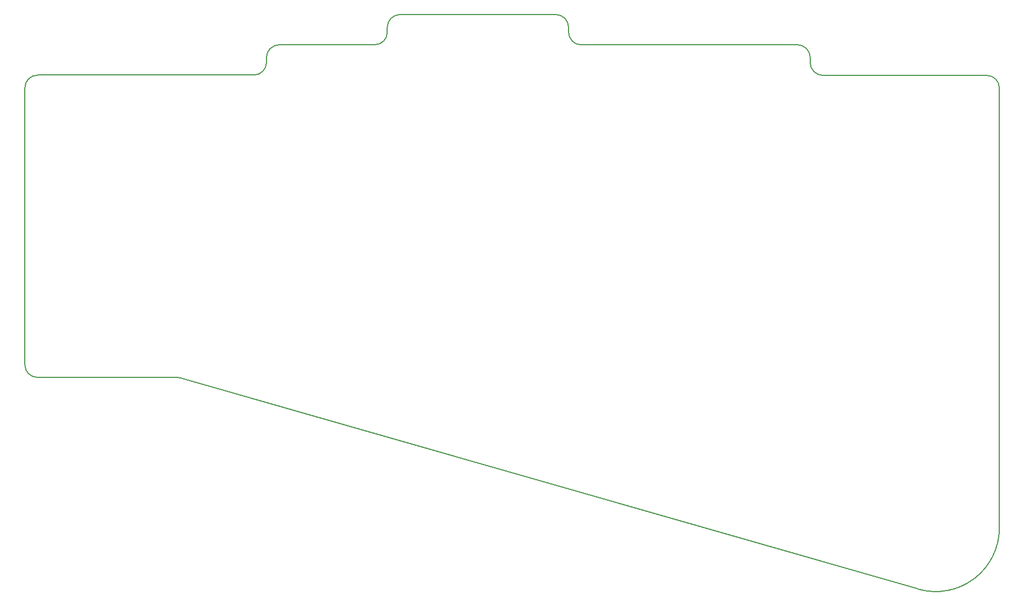
<source format=gbr>
%TF.GenerationSoftware,KiCad,Pcbnew,8.0.0*%
%TF.CreationDate,2024-03-11T23:33:39-04:00*%
%TF.ProjectId,Kiwi MKIII Left,4b697769-204d-44b4-9949-49204c656674,rev?*%
%TF.SameCoordinates,Original*%
%TF.FileFunction,Profile,NP*%
%FSLAX46Y46*%
G04 Gerber Fmt 4.6, Leading zero omitted, Abs format (unit mm)*
G04 Created by KiCad (PCBNEW 8.0.0) date 2024-03-11 23:33:39*
%MOMM*%
%LPD*%
G01*
G04 APERTURE LIST*
%TA.AperFunction,Profile*%
%ADD10C,0.150000*%
%TD*%
G04 APERTURE END LIST*
D10*
X362679300Y-110042700D02*
X362679300Y-179239583D01*
X296929300Y-103242700D02*
X330929300Y-103242700D01*
X266429300Y-101242700D02*
G75*
G02*
X264429300Y-103242700I-1999900J-100D01*
G01*
X266429300Y-100480200D02*
G75*
G02*
X268429300Y-98480200I2000100J-100D01*
G01*
X330929300Y-103242700D02*
G75*
G02*
X332929300Y-105242700I0J-2000000D01*
G01*
X264429300Y-103242700D02*
X249429300Y-103242700D01*
X362679300Y-179239583D02*
G75*
G02*
X349926659Y-188853267I-9999940J-77D01*
G01*
X247429300Y-105242700D02*
X247429300Y-106005200D01*
X247429300Y-105242700D02*
G75*
G02*
X249429300Y-103242700I2000100J-100D01*
G01*
X292929300Y-98480200D02*
G75*
G02*
X294929300Y-100480200I0J-2000000D01*
G01*
X296929300Y-103242700D02*
G75*
G02*
X294929300Y-101242700I0J2000000D01*
G01*
X209429300Y-110005200D02*
G75*
G02*
X211429300Y-108005200I2000100J-100D01*
G01*
X294929300Y-101242700D02*
X294929300Y-100480200D01*
X266429300Y-100480200D02*
X266429300Y-101242700D01*
X247429300Y-106005200D02*
G75*
G02*
X245429300Y-108005200I-1999900J-100D01*
G01*
X334929300Y-108042700D02*
G75*
G02*
X332929300Y-106042700I0J2000000D01*
G01*
X233902730Y-155632677D02*
X349926658Y-188853269D01*
X233351455Y-155555200D02*
G75*
G02*
X233902732Y-155632669I45J-1999900D01*
G01*
X211429300Y-155555200D02*
X233351455Y-155555200D01*
X211429300Y-108005200D02*
X245429300Y-108005200D01*
X209429300Y-153555200D02*
X209429300Y-110005200D01*
X332929300Y-106042700D02*
X332929300Y-105242700D01*
X360679300Y-108042700D02*
G75*
G02*
X362679300Y-110042700I0J-2000000D01*
G01*
X360679300Y-108042700D02*
X334929300Y-108042700D01*
X292929300Y-98480200D02*
X268429300Y-98480200D01*
X211429300Y-155555200D02*
G75*
G02*
X209429300Y-153555200I0J2000000D01*
G01*
M02*

</source>
